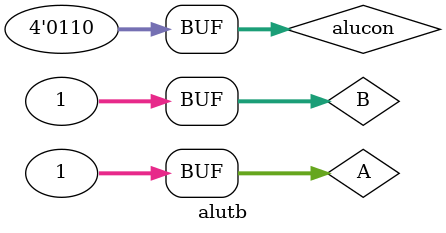
<source format=v>
`timescale 1ns/1ns
`include "alu.v"
module alutb();
 reg [31:0] A;
  reg [31:0] B;
  reg [3:0] alucon;
  wire [31:0] out;
  wire zero;
alu uut(.A(A),.B(B),.alucon(alucon),.out(out),.zero(zero));
initial
begin
$dumpvars(0,alutb);
$dumpfile("alu.vcd");
A=32'h01;
B=32'h01;
alucon=4'b0000;
#10;
A=32'h02;
B=32'h01;
alucon=4'b0001;
#10;
A=32'h02;
B=32'h02;
alucon=4'b0010;
#10;
A=32'h01;
B=32'h01;
alucon=4'b0011;
#10;
A=32'h01;
B=32'h01;
alucon=4'b0100;
#10;
A=32'h01;
B=32'h01;
alucon=4'b0101;
#10;
A=32'h01;
B=32'h01;
alucon=4'b0110;
#10;
end
endmodule
</source>
